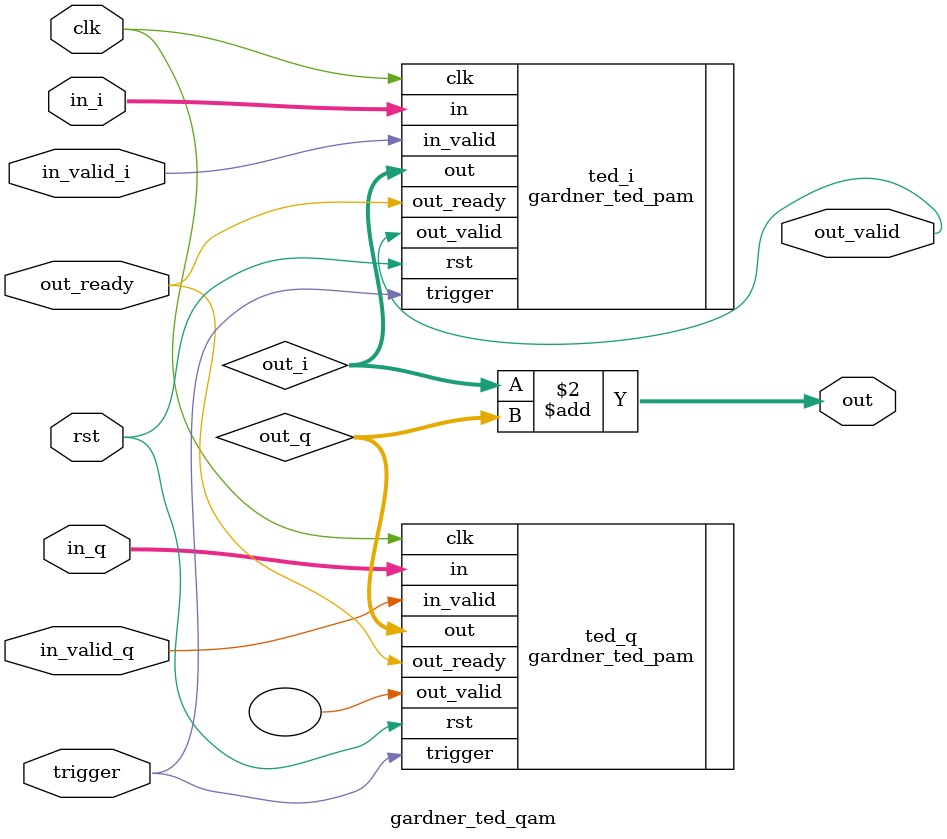
<source format=sv>


`timescale 1ns/1ps

module gardner_ted_qam #(
  parameter int SamplesPerSymbol = 4,
  parameter int InputLengthBits = 12,
  parameter int OutputLengthBits = 26  // Warning: avoid overflow, see above.
) (
  input logic clk,
  input logic rst,
  input logic signed [InputLengthBits-1:0] in_i, in_q,
  output logic signed [OutputLengthBits-1:0] out,
  input logic in_valid_i, in_valid_q, out_ready, trigger,
  output logic out_valid
);
  logic signed [OutputLengthBits-1:0] out_i, out_q;

  gardner_ted_pam #(
    .SamplesPerSymbol(SamplesPerSymbol),
    .InputLengthBits(InputLengthBits),
    .OutputLengthBits(OutputLengthBits - 1)
  ) ted_i(
    .clk(clk),
    .rst(rst),
    .in(in_i),
    .in_valid(in_valid_i),
    .trigger(trigger),
    .out(out_i),
    .out_valid(out_valid),
    .out_ready(out_ready)
  );

  gardner_ted_pam #(
    .SamplesPerSymbol(SamplesPerSymbol),
    .InputLengthBits(InputLengthBits),
    .OutputLengthBits(OutputLengthBits - 1)
  ) ted_q(
    .clk(clk),
    .rst(rst),
    .in(in_q),
    .in_valid(in_valid_q),
    .trigger(trigger),
    .out(out_q),
    .out_valid(),  // out_valid is driven by in-phase TED.
    .out_ready(out_ready)
  );

  initial begin
    if (SamplesPerSymbol % 2 != 0) begin
      $error("SamplesPerSymbol must be even.");
    end
    if (OutputLengthBits < (2 + 2*InputLengthBits)) begin
      $error("Output will overflow. See note about bit growth.");
    end
  end

  always_comb begin
    out = out_i + out_q;
  end
endmodule

</source>
